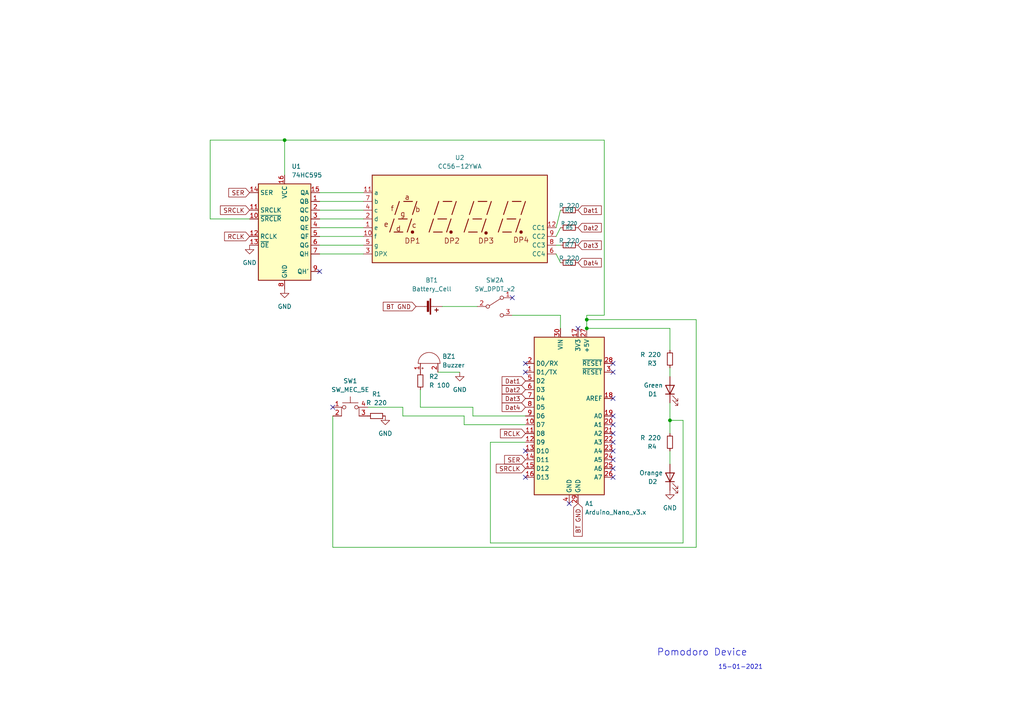
<source format=kicad_sch>
(kicad_sch (version 20211123) (generator eeschema)
  (paper "A4")
  (lib_symbols
    (symbol "74xx:74HC595"
      (property "Reference" "U" (at -7.62 13.97 0))
      (property "Value" "74HC595" (at -7.62 -16.51 0))
      (symbol "74HC595_1_0"
        (pin tri_state line (at 10.16 7.62 180) (length 2.54) (name "QB") (number "1"))
        (pin input line (at -10.16 2.54 0) (length 2.54) (name "~{SRCLR}") (number "10"))
        (pin input line (at -10.16 5.08 0) (length 2.54) (name "SRCLK") (number "11"))
        (pin input line (at -10.16 -2.54 0) (length 2.54) (name "RCLK") (number "12"))
        (pin input line (at -10.16 -5.08 0) (length 2.54) (name "~{OE}") (number "13"))
        (pin input line (at -10.16 10.16 0) (length 2.54) (name "SER") (number "14"))
        (pin tri_state line (at 10.16 10.16 180) (length 2.54) (name "QA") (number "15"))
        (pin power_in line (at 0 15.24 270) (length 2.54) (name "VCC") (number "16"))
        (pin tri_state line (at 10.16 5.08 180) (length 2.54) (name "QC") (number "2"))
        (pin tri_state line (at 10.16 2.54 180) (length 2.54) (name "QD") (number "3"))
        (pin tri_state line (at 10.16 0 180) (length 2.54) (name "QE") (number "4"))
        (pin tri_state line (at 10.16 -2.54 180) (length 2.54) (name "QF") (number "5"))
        (pin tri_state line (at 10.16 -5.08 180) (length 2.54) (name "QG") (number "6"))
        (pin tri_state line (at 10.16 -7.62 180) (length 2.54) (name "QH") (number "7"))
        (pin power_in line (at 0 -17.78 90) (length 2.54) (name "GND") (number "8"))
        (pin output line (at 10.16 -12.7 180) (length 2.54) (name "QH'") (number "9"))
      )
      (symbol "74HC595_1_1"
        (rectangle (start -7.62 12.7) (end 7.62 -15.24) (stroke (width 0.254)) (fill (type background)))
      )
    )
    (symbol "Device:Battery_Cell" (pin_numbers hide) (pin_names (offset 0) hide)
      (property "Reference" "BT" (at 2.54 2.54 0))
      (property "Value" "Battery_Cell" (at 2.54 0 0))
      (symbol "Battery_Cell_0_1"
        (rectangle (start -2.286 1.778) (end 2.286 1.524) (fill (type outline)))
        (rectangle (start -1.5748 1.1938) (end 1.4732 0.6858) (fill (type outline)))
        (polyline (pts (xy 0 0.762) (xy 0 0)))
        (polyline (pts (xy 0 1.778) (xy 0 2.54)))
        (polyline (pts (xy 0.508 3.429) (xy 1.524 3.429)) (stroke (width 0.254)))
        (polyline (pts (xy 1.016 3.937) (xy 1.016 2.921)) (stroke (width 0.254)))
      )
      (symbol "Battery_Cell_1_1"
        (pin passive line (at 0 5.08 270) (length 2.54) (name "+") (number "1"))
        (pin passive line (at 0 -2.54 90) (length 2.54) (name "-") (number "2"))
      )
    )
    (symbol "Device:Buzzer" (pin_names (offset 0.0254) hide)
      (property "Reference" "BZ" (at 3.81 1.27 0))
      (property "Value" "Buzzer" (at 3.81 -1.27 0))
      (symbol "Buzzer_0_1"
        (arc (start 0 -3.175) (mid 3.175 0) (end 0 3.175))
        (polyline (pts (xy -1.651 1.905) (xy -1.143 1.905)))
        (polyline (pts (xy -1.397 2.159) (xy -1.397 1.651)))
        (polyline (pts (xy 0 3.175) (xy 0 -3.175)))
      )
      (symbol "Buzzer_1_1"
        (pin passive line (at -2.54 2.54 0) (length 2.54) (name "-") (number "1"))
        (pin passive line (at -2.54 -2.54 0) (length 2.54) (name "+") (number "2"))
      )
    )
    (symbol "Device:LED" (pin_numbers hide) (pin_names (offset 1.016) hide)
      (property "Reference" "D" (at 0 2.54 0))
      (property "Value" "LED" (at 0 -2.54 0))
      (symbol "LED_0_1"
        (polyline (pts (xy -1.27 -1.27) (xy -1.27 1.27)) (stroke (width 0.254)))
        (polyline (pts (xy -1.27 0) (xy 1.27 0)))
        (polyline (pts (xy 1.27 -1.27) (xy 1.27 1.27) (xy -1.27 0) (xy 1.27 -1.27)) (stroke (width 0.254)))
        (polyline (pts (xy -3.048 -0.762) (xy -4.572 -2.286) (xy -3.81 -2.286) (xy -4.572 -2.286) (xy -4.572 -1.524)))
        (polyline (pts (xy -1.778 -0.762) (xy -3.302 -2.286) (xy -2.54 -2.286) (xy -3.302 -2.286) (xy -3.302 -1.524)))
      )
      (symbol "LED_1_1"
        (pin passive line (at -3.81 0 0) (length 2.54) (name "K") (number "1"))
        (pin passive line (at 3.81 0 180) (length 2.54) (name "A") (number "2"))
      )
    )
    (symbol "Device:R_Small" (pin_numbers hide) (pin_names (offset 0.254) hide)
      (property "Reference" "R" (at 0.762 0.508 0))
      (property "Value" "R_Small" (at 0.762 -1.016 0))
      (symbol "R_Small_0_1"
        (rectangle (start -0.762 1.778) (end 0.762 -1.778) (stroke (width 0.2032)))
      )
      (symbol "R_Small_1_1"
        (pin passive line (at 0 2.54 270) (length 0.762) (name "~") (number "1"))
        (pin passive line (at 0 -2.54 90) (length 0.762) (name "~") (number "2"))
      )
    )
    (symbol "Display_Character:CC56-12YWA"
      (property "Reference" "U" (at -24.13 13.97 0))
      (property "Value" "CC56-12YWA" (at 17.78 13.97 0))
      (symbol "CC56-12YWA_0_0"
        (rectangle (start -25.4 12.7) (end 25.4 -12.7) (stroke (width 0.254)) (fill (type background)))
        (polyline (pts (xy -20.32 -3.81) (xy -19.05 0)) (stroke (width 0.254)))
        (polyline (pts (xy -19.05 -3.81) (xy -16.51 -3.81)) (stroke (width 0.254)))
        (polyline (pts (xy -18.796 1.27) (xy -17.526 5.08)) (stroke (width 0.254)))
        (polyline (pts (xy -17.78 0) (xy -15.24 0)) (stroke (width 0.254)))
        (polyline (pts (xy -16.256 5.08) (xy -13.716 5.08)) (stroke (width 0.254)))
        (polyline (pts (xy -15.24 -3.81) (xy -13.97 0)) (stroke (width 0.254)))
        (polyline (pts (xy -13.716 1.27) (xy -12.446 5.08)) (stroke (width 0.254)))
        (polyline (pts (xy -8.89 -3.81) (xy -7.62 0)) (stroke (width 0.254)))
        (polyline (pts (xy -7.62 -3.81) (xy -5.08 -3.81)) (stroke (width 0.254)))
        (polyline (pts (xy -7.366 1.27) (xy -6.096 5.08)) (stroke (width 0.254)))
        (polyline (pts (xy -6.35 0) (xy -3.81 0)) (stroke (width 0.254)))
        (polyline (pts (xy -4.826 5.08) (xy -2.286 5.08)) (stroke (width 0.254)))
        (polyline (pts (xy -3.81 -3.81) (xy -2.54 0)) (stroke (width 0.254)))
        (polyline (pts (xy -2.286 1.27) (xy -1.016 5.08)) (stroke (width 0.254)))
        (polyline (pts (xy 1.27 -3.81) (xy 2.54 0)) (stroke (width 0.254)))
        (polyline (pts (xy 2.54 -3.81) (xy 5.08 -3.81)) (stroke (width 0.254)))
        (polyline (pts (xy 2.794 1.27) (xy 4.064 5.08)) (stroke (width 0.254)))
        (polyline (pts (xy 3.81 0) (xy 6.35 0)) (stroke (width 0.254)))
        (polyline (pts (xy 5.334 5.08) (xy 7.874 5.08)) (stroke (width 0.254)))
        (polyline (pts (xy 6.35 -3.81) (xy 7.62 0)) (stroke (width 0.254)))
        (polyline (pts (xy 7.874 1.27) (xy 9.144 5.08)) (stroke (width 0.254)))
        (polyline (pts (xy 11.176 -3.81) (xy 12.446 0)) (stroke (width 0.254)))
        (polyline (pts (xy 12.446 -3.81) (xy 14.986 -3.81)) (stroke (width 0.254)))
        (polyline (pts (xy 12.7 1.27) (xy 13.97 5.08)) (stroke (width 0.254)))
        (polyline (pts (xy 13.716 0) (xy 16.256 0)) (stroke (width 0.254)))
        (polyline (pts (xy 15.24 5.08) (xy 17.78 5.08)) (stroke (width 0.254)))
        (polyline (pts (xy 16.256 -3.81) (xy 17.526 0)) (stroke (width 0.254)))
        (polyline (pts (xy 17.78 1.27) (xy 19.05 5.08)) (stroke (width 0.254)))
        (text "a" (at -15.24 6.35 0) (effects (font (size 1.524 1.524))))
        (text "b" (at -12.192 2.794 0) (effects (font (size 1.524 1.524))))
        (text "c" (at -13.208 -1.778 0) (effects (font (size 1.524 1.524))))
        (text "d" (at -17.78 -2.794 0) (effects (font (size 1.524 1.524))))
        (text "DP1" (at -13.716 -6.35 0) (effects (font (size 1.524 1.524))))
        (text "DP2" (at -2.286 -6.35 0) (effects (font (size 1.524 1.524))))
        (text "DP3" (at 7.62 -6.35 0) (effects (font (size 1.524 1.524))))
        (text "DP4" (at 17.78 -6.096 0) (effects (font (size 1.524 1.524))))
        (text "e" (at -21.336 -1.524 0) (effects (font (size 1.524 1.524))))
        (text "f" (at -19.558 3.048 0) (effects (font (size 1.524 1.524))))
        (text "g" (at -16.51 1.524 0) (effects (font (size 1.524 1.524))))
      )
      (symbol "CC56-12YWA_0_1"
        (circle (center -13.716 -3.81) (radius 0.3556) (stroke (width 0.254)) (fill (type outline)))
        (circle (center -2.54 -3.81) (radius 0.3556) (stroke (width 0.254)) (fill (type outline)))
      )
      (symbol "CC56-12YWA_1_0"
        (circle (center 7.62 -4.064) (radius 0.3556) (stroke (width 0.254)) (fill (type outline)))
        (circle (center 17.78 -3.81) (radius 0.3556) (stroke (width 0.254)) (fill (type outline)))
      )
      (symbol "CC56-12YWA_1_1"
        (pin input line (at -27.94 -2.54 0) (length 2.54) (name "e") (number "1"))
        (pin input line (at -27.94 -5.08 0) (length 2.54) (name "f") (number "10"))
        (pin input line (at -27.94 7.62 0) (length 2.54) (name "a") (number "11"))
        (pin input line (at 27.94 -2.54 180) (length 2.54) (name "CC1") (number "12"))
        (pin input line (at -27.94 0 0) (length 2.54) (name "d") (number "2"))
        (pin input line (at -27.94 -10.16 0) (length 2.54) (name "DPX") (number "3"))
        (pin input line (at -27.94 2.54 0) (length 2.54) (name "c") (number "4"))
        (pin input line (at -27.94 -7.62 0) (length 2.54) (name "g") (number "5"))
        (pin input line (at 27.94 -10.16 180) (length 2.54) (name "CC4") (number "6"))
        (pin input line (at -27.94 5.08 0) (length 2.54) (name "b") (number "7"))
        (pin input line (at 27.94 -7.62 180) (length 2.54) (name "CC3") (number "8"))
        (pin input line (at 27.94 -5.08 180) (length 2.54) (name "CC2") (number "9"))
      )
    )
    (symbol "MCU_Module:Arduino_Nano_v3.x"
      (property "Reference" "A" (at -10.16 23.495 0))
      (property "Value" "Arduino_Nano_v3.x" (at 5.08 -24.13 0))
      (symbol "Arduino_Nano_v3.x_0_1"
        (rectangle (start -10.16 22.86) (end 10.16 -22.86) (stroke (width 0.254)) (fill (type background)))
      )
      (symbol "Arduino_Nano_v3.x_1_1"
        (pin bidirectional line (at -12.7 12.7 0) (length 2.54) (name "D1/TX") (number "1"))
        (pin bidirectional line (at -12.7 -2.54 0) (length 2.54) (name "D7") (number "10"))
        (pin bidirectional line (at -12.7 -5.08 0) (length 2.54) (name "D8") (number "11"))
        (pin bidirectional line (at -12.7 -7.62 0) (length 2.54) (name "D9") (number "12"))
        (pin bidirectional line (at -12.7 -10.16 0) (length 2.54) (name "D10") (number "13"))
        (pin bidirectional line (at -12.7 -12.7 0) (length 2.54) (name "D11") (number "14"))
        (pin bidirectional line (at -12.7 -15.24 0) (length 2.54) (name "D12") (number "15"))
        (pin bidirectional line (at -12.7 -17.78 0) (length 2.54) (name "D13") (number "16"))
        (pin power_out line (at 2.54 25.4 270) (length 2.54) (name "3V3") (number "17"))
        (pin input line (at 12.7 5.08 180) (length 2.54) (name "AREF") (number "18"))
        (pin bidirectional line (at 12.7 0 180) (length 2.54) (name "A0") (number "19"))
        (pin bidirectional line (at -12.7 15.24 0) (length 2.54) (name "D0/RX") (number "2"))
        (pin bidirectional line (at 12.7 -2.54 180) (length 2.54) (name "A1") (number "20"))
        (pin bidirectional line (at 12.7 -5.08 180) (length 2.54) (name "A2") (number "21"))
        (pin bidirectional line (at 12.7 -7.62 180) (length 2.54) (name "A3") (number "22"))
        (pin bidirectional line (at 12.7 -10.16 180) (length 2.54) (name "A4") (number "23"))
        (pin bidirectional line (at 12.7 -12.7 180) (length 2.54) (name "A5") (number "24"))
        (pin bidirectional line (at 12.7 -15.24 180) (length 2.54) (name "A6") (number "25"))
        (pin bidirectional line (at 12.7 -17.78 180) (length 2.54) (name "A7") (number "26"))
        (pin power_out line (at 5.08 25.4 270) (length 2.54) (name "+5V") (number "27"))
        (pin input line (at 12.7 15.24 180) (length 2.54) (name "~{RESET}") (number "28"))
        (pin power_in line (at 2.54 -25.4 90) (length 2.54) (name "GND") (number "29"))
        (pin input line (at 12.7 12.7 180) (length 2.54) (name "~{RESET}") (number "3"))
        (pin power_in line (at -2.54 25.4 270) (length 2.54) (name "VIN") (number "30"))
        (pin power_in line (at 0 -25.4 90) (length 2.54) (name "GND") (number "4"))
        (pin bidirectional line (at -12.7 10.16 0) (length 2.54) (name "D2") (number "5"))
        (pin bidirectional line (at -12.7 7.62 0) (length 2.54) (name "D3") (number "6"))
        (pin bidirectional line (at -12.7 5.08 0) (length 2.54) (name "D4") (number "7"))
        (pin bidirectional line (at -12.7 2.54 0) (length 2.54) (name "D5") (number "8"))
        (pin bidirectional line (at -12.7 0 0) (length 2.54) (name "D6") (number "9"))
      )
    )
    (symbol "Switch:SW_DPDT_x2" (pin_names (offset 0) hide)
      (property "Reference" "SW" (at 0 4.318 0))
      (property "Value" "SW_DPDT_x2" (at 0 -5.08 0))
      (symbol "SW_DPDT_x2_0_0"
        (circle (center -2.032 0) (radius 0.508))
        (circle (center 2.032 -2.54) (radius 0.508))
      )
      (symbol "SW_DPDT_x2_0_1"
        (polyline (pts (xy -1.524 0.254) (xy 1.651 2.286)))
        (circle (center 2.032 2.54) (radius 0.508))
      )
      (symbol "SW_DPDT_x2_1_1"
        (pin passive line (at 5.08 2.54 180) (length 2.54) (name "A") (number "1"))
        (pin passive line (at -5.08 0 0) (length 2.54) (name "B") (number "2"))
        (pin passive line (at 5.08 -2.54 180) (length 2.54) (name "C") (number "3"))
      )
      (symbol "SW_DPDT_x2_2_1"
        (pin passive line (at 5.08 2.54 180) (length 2.54) (name "A") (number "4"))
        (pin passive line (at -5.08 0 0) (length 2.54) (name "B") (number "5"))
        (pin passive line (at 5.08 -2.54 180) (length 2.54) (name "C") (number "6"))
      )
    )
    (symbol "Switch:SW_MEC_5E" (pin_names (offset 1.016) hide)
      (property "Reference" "SW" (at 0.635 5.715 0))
      (property "Value" "SW_MEC_5E" (at 0 -3.175 0))
      (symbol "SW_MEC_5E_0_1"
        (circle (center -1.778 2.54) (radius 0.508))
        (polyline (pts (xy -2.286 3.81) (xy 2.286 3.81)))
        (polyline (pts (xy 0 3.81) (xy 0 5.588)))
        (polyline (pts (xy -2.54 0) (xy -2.54 2.54) (xy -2.286 2.54)))
        (polyline (pts (xy 2.54 0) (xy 2.54 2.54) (xy 2.286 2.54)))
        (circle (center 1.778 2.54) (radius 0.508))
        (pin passive line (at -5.08 2.54 0) (length 2.54) (name "1") (number "1"))
        (pin passive line (at -5.08 0 0) (length 2.54) (name "2") (number "2"))
        (pin passive line (at 5.08 0 180) (length 2.54) (name "K") (number "3"))
        (pin passive line (at 5.08 2.54 180) (length 2.54) (name "A") (number "4"))
      )
    )
    (symbol "power:GND" (power) (pin_names (offset 0))
      (property "Value" "GND" (at 0 -3.81 0))
      (symbol "GND_0_1"
        (polyline (pts (xy 0 0) (xy 0 -1.27) (xy 1.27 -1.27) (xy 0 -2.54) (xy -1.27 -1.27) (xy 0 -1.27)))
      )
      (symbol "GND_1_1"
        (pin power_in line (at 0 0 270) (length 0) hide (name "GND") (number "1"))
      )
    )
  )
  (junction (at 170.18 92.71))
  (junction (at 194.31 121.92))
  (junction (at 82.55 40.64))
  (junction (at 170.18 95.25))
  (no_connect (at 96.52 118.11))
  (no_connect (at 152.4 105.41))
  (no_connect (at 152.4 107.95))
  (no_connect (at 167.64 95.25))
  (no_connect (at 152.4 138.43))
  (no_connect (at 177.8 105.41))
  (no_connect (at 177.8 123.19))
  (no_connect (at 177.8 107.95))
  (no_connect (at 177.8 115.57))
  (no_connect (at 177.8 120.65))
  (no_connect (at 177.8 128.27))
  (no_connect (at 177.8 125.73))
  (no_connect (at 177.8 138.43))
  (no_connect (at 177.8 130.81))
  (no_connect (at 177.8 133.35))
  (no_connect (at 177.8 135.89))
  (no_connect (at 92.71 78.74))
  (no_connect (at 148.59 86.36))
  (no_connect (at 152.4 130.81))
  (no_connect (at 165.1 146.05))
  (wire (pts (xy 134.62 120.65) (xy 134.62 123.19)))
  (wire (pts (xy 96.52 158.75) (xy 201.93 158.75)))
  (wire (pts (xy 92.71 73.66) (xy 105.41 73.66)))
  (wire (pts (xy 148.59 91.44) (xy 162.56 91.44)))
  (wire (pts (xy 106.68 118.11) (xy 116.84 118.11)))
  (wire (pts (xy 142.24 157.48) (xy 142.24 128.27)))
  (wire (pts (xy 60.96 63.5) (xy 60.96 40.64)))
  (wire (pts (xy 137.16 118.11) (xy 121.92 118.11)))
  (wire (pts (xy 194.31 106.68) (xy 194.31 109.22)))
  (wire (pts (xy 175.26 40.64) (xy 175.26 91.44)))
  (wire (pts (xy 194.31 95.25) (xy 170.18 95.25)))
  (wire (pts (xy 194.31 121.92) (xy 194.31 125.73)))
  (wire (pts (xy 142.24 157.48) (xy 198.12 157.48)))
  (wire (pts (xy 134.62 123.19) (xy 152.4 123.19)))
  (wire (pts (xy 92.71 63.5) (xy 105.41 63.5)))
  (wire (pts (xy 194.31 95.25) (xy 194.31 101.6)))
  (wire (pts (xy 201.93 158.75) (xy 201.93 92.71)))
  (wire (pts (xy 170.18 91.44) (xy 170.18 92.71)))
  (wire (pts (xy 201.93 92.71) (xy 170.18 92.71)))
  (wire (pts (xy 92.71 66.04) (xy 105.41 66.04)))
  (wire (pts (xy 161.29 71.12) (xy 162.56 71.12)))
  (wire (pts (xy 194.31 116.84) (xy 194.31 121.92)))
  (wire (pts (xy 60.96 40.64) (xy 82.55 40.64)))
  (wire (pts (xy 152.4 120.65) (xy 137.16 120.65)))
  (wire (pts (xy 134.62 120.65) (xy 116.84 120.65)))
  (wire (pts (xy 162.56 76.2) (xy 161.29 73.66)))
  (wire (pts (xy 161.29 66.04) (xy 162.56 60.96)))
  (wire (pts (xy 175.26 91.44) (xy 170.18 91.44)))
  (wire (pts (xy 121.92 113.03) (xy 121.92 118.11)))
  (wire (pts (xy 92.71 68.58) (xy 105.41 68.58)))
  (wire (pts (xy 142.24 128.27) (xy 152.4 128.27)))
  (wire (pts (xy 72.39 63.5) (xy 60.96 63.5)))
  (wire (pts (xy 198.12 121.92) (xy 194.31 121.92)))
  (wire (pts (xy 92.71 71.12) (xy 105.41 71.12)))
  (wire (pts (xy 92.71 55.88) (xy 105.41 55.88)))
  (wire (pts (xy 133.35 107.95) (xy 127 107.95)))
  (wire (pts (xy 82.55 50.8) (xy 82.55 40.64)))
  (wire (pts (xy 137.16 120.65) (xy 137.16 118.11)))
  (wire (pts (xy 116.84 120.65) (xy 116.84 118.11)))
  (wire (pts (xy 82.55 40.64) (xy 175.26 40.64)))
  (wire (pts (xy 92.71 60.96) (xy 105.41 60.96)))
  (wire (pts (xy 162.56 66.04) (xy 161.29 68.58)))
  (wire (pts (xy 194.31 130.81) (xy 194.31 134.62)))
  (wire (pts (xy 96.52 120.65) (xy 96.52 158.75)))
  (wire (pts (xy 198.12 157.48) (xy 198.12 121.92)))
  (wire (pts (xy 128.27 88.9) (xy 138.43 88.9)))
  (wire (pts (xy 162.56 91.44) (xy 162.56 95.25)))
  (wire (pts (xy 170.18 92.71) (xy 170.18 95.25)))
  (wire (pts (xy 92.71 58.42) (xy 105.41 58.42)))
  (text "15-01-2021" (at 208.28 194.31 0) (effects (font (size 1.27 1.27)) (justify left bottom)))
  (text "Pomodoro Device" (at 190.5 190.5 0) (effects (font (size 2 2)) (justify left bottom)))
  (global_label "Dat1" (shape input) (at 152.4 110.49 180) (property "Intersheet References" "${INTERSHEET_REFS}" (effects hide)))
  (global_label "Dat2" (shape input) (at 167.64 66.04 0) (property "Intersheet References" "${INTERSHEET_REFS}" (effects hide)))
  (global_label "Dat4" (shape input) (at 152.4 118.11 180) (property "Intersheet References" "${INTERSHEET_REFS}" (effects hide)))
  (global_label "Dat1" (shape input) (at 167.64 60.96 0) (property "Intersheet References" "${INTERSHEET_REFS}" (effects hide)))
  (global_label "BT GND" (shape input) (at 120.65 88.9 180) (property "Intersheet References" "${INTERSHEET_REFS}" (effects hide)))
  (global_label "RCLK" (shape input) (at 152.4 125.73 180) (property "Intersheet References" "${INTERSHEET_REFS}" (effects hide)))
  (global_label "SRCLK" (shape input) (at 152.4 135.89 180) (property "Intersheet References" "${INTERSHEET_REFS}" (effects hide)))
  (global_label "SER" (shape input) (at 72.39 55.88 180) (property "Intersheet References" "${INTERSHEET_REFS}" (effects hide)))
  (global_label "Dat3" (shape input) (at 152.4 115.57 180) (property "Intersheet References" "${INTERSHEET_REFS}" (effects hide)))
  (global_label "SRCLK" (shape input) (at 72.39 60.96 180) (property "Intersheet References" "${INTERSHEET_REFS}" (effects hide)))
  (global_label "Dat2" (shape input) (at 152.4 113.03 180) (property "Intersheet References" "${INTERSHEET_REFS}" (effects hide)))
  (global_label "Dat3" (shape input) (at 167.64 71.12 0) (property "Intersheet References" "${INTERSHEET_REFS}" (effects hide)))
  (global_label "RCLK" (shape input) (at 72.39 68.58 180) (property "Intersheet References" "${INTERSHEET_REFS}" (effects hide)))
  (global_label "Dat4" (shape input) (at 167.64 76.2 0) (property "Intersheet References" "${INTERSHEET_REFS}" (effects hide)))
  (global_label "SER" (shape input) (at 152.4 133.35 180) (property "Intersheet References" "${INTERSHEET_REFS}" (effects hide)))
  (global_label "BT GND" (shape input) (at 167.64 146.05 270) (property "Intersheet References" "${INTERSHEET_REFS}" (effects hide)))
  (symbol (lib_id "Device:R_Small") (at 121.92 110.49 0) (unit 1)
    (property "Reference" "R2" (at 124.46 109.2199 0) (effects (justify left)))
    (property "Value" "R 100" (at 124.46 111.7599 0) (effects (justify left)))
    (property "Footprint" "Resistor_THT:R_Axial_DIN0309_L9.0mm_D3.2mm_P12.70mm_Horizontal" (effects hide))
  )
  (symbol (lib_id "Device:LED") (at 194.31 113.03 90) (unit 1)
    (property "Reference" "D1" (at 187.96 114.3 90) (effects (justify right)))
    (property "Value" "Green" (at 186.69 111.76 90) (effects (justify right)))
    (property "Footprint" "LED_THT:LED_D5.0mm" (effects hide))
  )
  (symbol (lib_id "Device:R_Small") (at 165.1 66.04 270) (unit 1)
    (property "Reference" "R5" (at 165.1 66.04 90) (effects (font (size 1 1))))
    (property "Value" "R 220" (at 165.1 64.77 90) (effects (font (size 1 1))))
    (property "Footprint" "Resistor_THT:R_Axial_DIN0309_L9.0mm_D3.2mm_P12.70mm_Horizontal" (effects hide))
  )
  (symbol (lib_id "Device:Buzzer") (at 124.46 105.41 90) (unit 1)
    (property "Reference" "BZ1" (at 128.27 103.3779 90) (effects (justify right)))
    (property "Value" "Buzzer" (at 128.27 105.9179 90) (effects (justify right)))
    (property "Footprint" "Buzzer_Beeper:Buzzer_12x9.5RM7.6" (effects hide))
  )
  (symbol (lib_id "Device:R_Small") (at 165.1 71.12 270) (unit 1)
    (property "Reference" "R7" (at 165.1 71.12 90))
    (property "Value" "R 220" (at 165.1 69.85 90))
    (property "Footprint" "Resistor_THT:R_Axial_DIN0309_L9.0mm_D3.2mm_P12.70mm_Horizontal" (effects hide))
  )
  (symbol (lib_id "Device:R_Small") (at 165.1 60.96 270) (unit 1)
    (property "Reference" "R8" (at 165.1 60.96 90))
    (property "Value" "R 220" (at 165.1 59.69 90))
    (property "Footprint" "Resistor_THT:R_Axial_DIN0309_L9.0mm_D3.2mm_P12.70mm_Horizontal" (effects hide))
  )
  (symbol (lib_id "MCU_Module:Arduino_Nano_v3.x") (at 165.1 120.65 0) (unit 1)
    (property "Reference" "A1" (at 169.6594 146.05 0) (effects (justify left)))
    (property "Value" "Arduino_Nano_v3.x" (at 169.6594 148.59 0) (effects (justify left)))
    (property "Footprint" "Module:Arduino_Nano" (effects hide))
    (property "Datasheet" "http://www.mouser.com/pdfdocs/Gravitech_Arduino_Nano3_0.pdf" (effects hide))
  )
  (symbol (lib_id "power:GND") (at 72.39 71.12 0) (unit 1)
    (property "Reference" "#PWR01" (effects hide))
    (property "Value" "GND" (at 72.39 76.2 0))
  )
  (symbol (lib_id "Switch:SW_MEC_5E") (at 101.6 120.65 0) (unit 1)
    (property "Reference" "SW1" (at 101.6 110.49 0))
    (property "Value" "SW_MEC_5E" (at 101.6 113.03 0))
    (property "Footprint" "Button_Switch_THT:SW_MEC_5GTH9" (effects hide))
    (property "Datasheet" "http://www.apem.com/int/index.php?controller=attachment&id_attachment=1371" (effects hide))
  )
  (symbol (lib_id "Device:R_Small") (at 109.22 120.65 270) (unit 1)
    (property "Reference" "R1" (at 109.22 114.3 90))
    (property "Value" "R 220" (at 109.22 116.84 90))
    (property "Footprint" "Resistor_THT:R_Axial_DIN0309_L9.0mm_D3.2mm_P12.70mm_Horizontal" (effects hide))
  )
  (symbol (lib_id "Device:LED") (at 194.31 138.43 90) (unit 1)
    (property "Reference" "D2" (at 187.96 139.7 90) (effects (justify right)))
    (property "Value" "Orange" (at 185.42 137.16 90) (effects (justify right)))
    (property "Footprint" "LED_THT:LED_D5.0mm" (effects hide))
  )
  (symbol (lib_id "power:GND") (at 194.31 142.24 0) (unit 1)
    (property "Reference" "#PWR0101" (effects hide))
    (property "Value" "GND" (at 194.31 147.32 0))
  )
  (symbol (lib_id "Device:R_Small") (at 194.31 104.14 180) (unit 1)
    (property "Reference" "R3" (at 190.5 105.41 0) (effects (justify left)))
    (property "Value" "R 220" (at 191.77 102.8701 0) (effects (justify left)))
    (property "Footprint" "Resistor_THT:R_Axial_DIN0309_L9.0mm_D3.2mm_P12.70mm_Horizontal" (effects hide))
  )
  (symbol (lib_id "power:GND") (at 111.76 120.65 0) (unit 1)
    (property "Reference" "#PWR03" (effects hide))
    (property "Value" "GND" (at 111.76 125.73 0))
  )
  (symbol (lib_id "Device:Battery_Cell") (at 123.19 88.9 270) (unit 1)
    (property "Reference" "BT1" (at 125.222 81.28 90))
    (property "Value" "Battery_Cell" (at 125.222 83.82 90))
  )
  (symbol (lib_id "Device:R_Small") (at 194.31 128.27 180) (unit 1)
    (property "Reference" "R4" (at 190.5 129.54 0) (effects (justify left)))
    (property "Value" "R 220" (at 191.77 127.0001 0) (effects (justify left)))
    (property "Footprint" "Resistor_THT:R_Axial_DIN0309_L9.0mm_D3.2mm_P12.70mm_Horizontal" (effects hide))
  )
  (symbol (lib_id "power:GND") (at 82.55 83.82 0) (unit 1)
    (property "Reference" "#PWR02" (effects hide))
    (property "Value" "GND" (at 82.55 88.9 0))
  )
  (symbol (lib_id "Switch:SW_DPDT_x2") (at 143.51 88.9 0) (unit 1)
    (property "Reference" "SW2" (at 143.51 81.28 0))
    (property "Value" "SW_DPDT_x2" (at 143.51 83.82 0))
    (property "Footprint" "Button_Switch_THT:SW_CuK_JS202011CQN_DPDT_Straight" (effects hide))
  )
  (symbol (lib_id "power:GND") (at 133.35 107.95 0) (unit 1)
    (property "Reference" "#PWR04" (effects hide))
    (property "Value" "GND" (at 133.35 113.03 0))
  )
  (symbol (lib_id "Display_Character:CC56-12YWA") (at 133.35 63.5 0) (unit 1)
    (property "Reference" "U2" (at 133.35 45.72 0))
    (property "Value" "CC56-12YWA" (at 133.35 48.26 0))
    (property "Footprint" "Display_7Segment:CC56-12YWA" (effects hide))
    (property "Datasheet" "http://www.kingbrightusa.com/images/catalog/SPEC/CC56-12YWA.pdf" (effects hide))
  )
  (symbol (lib_id "74xx:74HC595") (at 82.55 66.04 0) (unit 1)
    (property "Reference" "U1" (at 84.5694 48.26 0) (effects (justify left)))
    (property "Value" "74HC595" (at 84.5694 50.8 0) (effects (justify left)))
    (property "Footprint" "Package_DIP:DIP-16_W7.62mm" (effects hide))
    (property "Datasheet" "http://www.ti.com/lit/ds/symlink/sn74hc595.pdf" (effects hide))
  )
  (symbol (lib_id "Device:R_Small") (at 165.1 76.2 270) (unit 1)
    (property "Reference" "R6" (at 165.1 76.2 90))
    (property "Value" "R 220" (at 165.1 74.93 90))
    (property "Footprint" "Resistor_THT:R_Axial_DIN0309_L9.0mm_D3.2mm_P12.70mm_Horizontal" (effects hide))
  )
)
</source>
